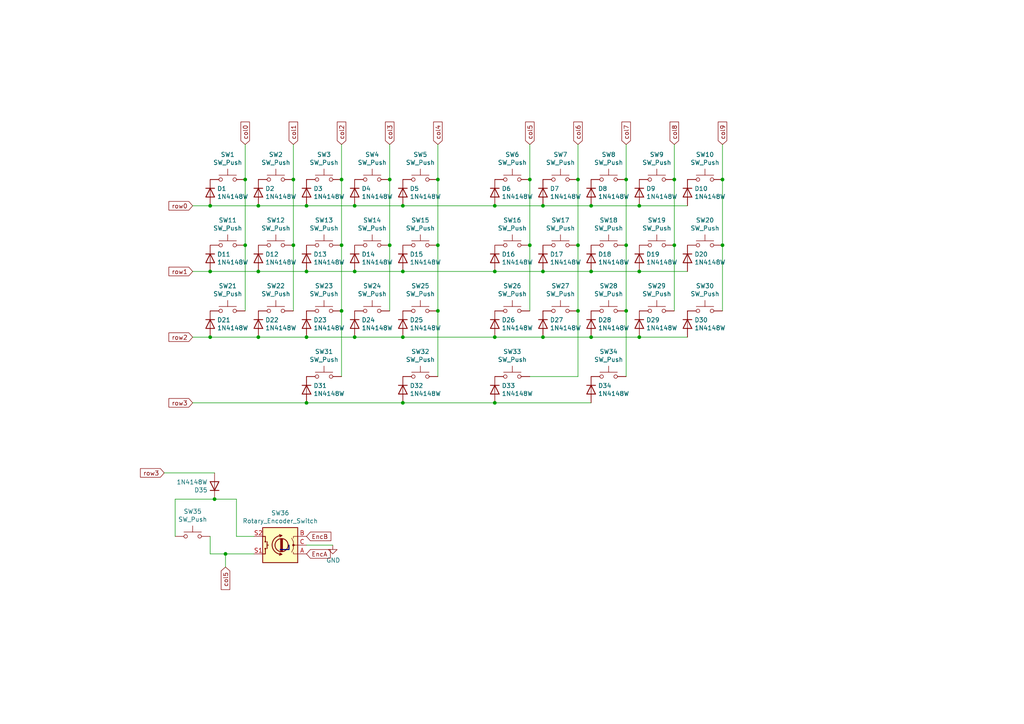
<source format=kicad_sch>
(kicad_sch (version 20230121) (generator eeschema)
  (paper "A4")
  (lib_symbols
    (symbol "Diode:1N4148" (pin_numbers hide) (pin_names hide)
      (property "Reference" "D" (at 0 2.54 0))
      (property "Value" "1N4148" (at 0 -2.54 0))
      (symbol "1N4148_0_1"
        (polyline (pts (xy -1.27 1.27) (xy -1.27 -1.27)) (stroke (width 0.254)))
        (polyline (pts (xy 1.27 0) (xy -1.27 0)))
        (polyline (pts (xy 1.27 1.27) (xy 1.27 -1.27) (xy -1.27 0) (xy 1.27 1.27)) (stroke (width 0.254)))
      )
      (symbol "1N4148_1_1"
        (pin passive line (at -3.81 0 0) (length 2.54) (name "K") (number "1"))
        (pin passive line (at 3.81 0 180) (length 2.54) (name "A") (number "2"))
      )
    )
    (symbol "LeChiffre-rescue:Rotary_Encoder_Switch-Device" (pin_names (offset 0.254) hide)
      (property "Reference" "SW" (at 0 6.604 0))
      (property "Value" "Rotary_Encoder_Switch-Device" (at 0 -6.604 0))
      (symbol "Rotary_Encoder_Switch-Device_0_1"
        (rectangle (start -5.08 5.08) (end 5.08 -5.08) (stroke (width 0.254)) (fill (type background)))
        (circle (center -3.81 0) (radius 0.254) (fill (type outline)))
        (arc (start -0.381 -2.794) (mid 2.3376 -0.0635) (end -0.381 2.667) (stroke (width 0.254)))
        (circle (center -0.381 0) (radius 1.905) (stroke (width 0.254)))
        (polyline (pts (xy -0.635 -1.778) (xy -0.635 1.778)) (stroke (width 0.254)))
        (polyline (pts (xy -0.381 -1.778) (xy -0.381 1.778)) (stroke (width 0.254)))
        (polyline (pts (xy -0.127 1.778) (xy -0.127 -1.778)) (stroke (width 0.254)))
        (polyline (pts (xy 3.81 0) (xy 3.429 0)) (stroke (width 0.254)))
        (polyline (pts (xy 3.81 1.016) (xy 3.81 -1.016)) (stroke (width 0.254)))
        (polyline (pts (xy -5.08 -2.54) (xy -3.81 -2.54) (xy -3.81 -2.032)))
        (polyline (pts (xy -5.08 2.54) (xy -3.81 2.54) (xy -3.81 2.032)))
        (polyline (pts (xy 0.254 -3.048) (xy -0.508 -2.794) (xy 0.127 -2.413)) (stroke (width 0.254)))
        (polyline (pts (xy 0.254 2.921) (xy -0.508 2.667) (xy 0.127 2.286)) (stroke (width 0.254)))
        (polyline (pts (xy 5.08 -2.54) (xy 4.318 -2.54) (xy 4.318 -1.016)) (stroke (width 0.254)))
        (polyline (pts (xy 5.08 2.54) (xy 4.318 2.54) (xy 4.318 1.016)) (stroke (width 0.254)))
        (polyline (pts (xy -5.08 0) (xy -3.81 0) (xy -3.81 -1.016) (xy -3.302 -2.032)))
        (polyline (pts (xy -4.318 0) (xy -3.81 0) (xy -3.81 1.016) (xy -3.302 2.032)))
        (circle (center 4.318 -1.016) (radius 0.127) (stroke (width 0.254)))
        (circle (center 4.318 1.016) (radius 0.127) (stroke (width 0.254)))
      )
      (symbol "Rotary_Encoder_Switch-Device_1_1"
        (pin passive line (at -7.62 2.54 0) (length 2.54) (name "A") (number "A"))
        (pin passive line (at -7.62 -2.54 0) (length 2.54) (name "B") (number "B"))
        (pin passive line (at -7.62 0 0) (length 2.54) (name "C") (number "C"))
        (pin passive line (at 7.62 2.54 180) (length 2.54) (name "S1") (number "S1"))
        (pin passive line (at 7.62 -2.54 180) (length 2.54) (name "S2") (number "S2"))
      )
    )
    (symbol "Switch:SW_Push" (pin_numbers hide) (pin_names (offset 1.016) hide)
      (property "Reference" "SW" (at 1.27 2.54 0))
      (property "Value" "SW_Push" (at 0 -1.524 0))
      (symbol "SW_Push_0_1"
        (circle (center -2.032 0) (radius 0.508))
        (polyline (pts (xy 0 1.27) (xy 0 3.048)))
        (polyline (pts (xy 2.54 1.27) (xy -2.54 1.27)))
        (circle (center 2.032 0) (radius 0.508))
        (pin passive line (at -5.08 0 0) (length 2.54) (name "1") (number "1"))
        (pin passive line (at 5.08 0 180) (length 2.54) (name "2") (number "2"))
      )
    )
    (symbol "power:GND" (power) (pin_names (offset 0))
      (property "Value" "GND" (at 0 -3.81 0))
      (symbol "GND_0_1"
        (polyline (pts (xy 0 0) (xy 0 -1.27) (xy 1.27 -1.27) (xy 0 -2.54) (xy -1.27 -1.27) (xy 0 -1.27)))
      )
      (symbol "GND_1_1"
        (pin power_in line (at 0 0 270) (length 0) hide (name "GND") (number "1"))
      )
    )
  )
  (junction (at 99.06 90.17))
  (junction (at 102.87 78.74))
  (junction (at 153.67 52.07))
  (junction (at 185.42 97.79))
  (junction (at 99.06 52.07))
  (junction (at 181.61 52.07))
  (junction (at 116.84 116.84))
  (junction (at 74.93 59.69))
  (junction (at 60.96 59.69))
  (junction (at 157.48 97.79))
  (junction (at 127 90.17))
  (junction (at 88.9 97.79))
  (junction (at 143.51 78.74))
  (junction (at 74.93 97.79))
  (junction (at 113.03 71.12))
  (junction (at 185.42 78.74))
  (junction (at 171.45 59.69))
  (junction (at 127 52.07))
  (junction (at 181.61 90.17))
  (junction (at 60.96 78.74))
  (junction (at 102.87 59.69))
  (junction (at 167.64 52.07))
  (junction (at 85.09 52.07))
  (junction (at 167.64 71.12))
  (junction (at 65.405 160.655))
  (junction (at 157.48 59.69))
  (junction (at 113.03 52.07))
  (junction (at 88.9 78.74))
  (junction (at 88.9 116.84))
  (junction (at 195.58 52.07))
  (junction (at 60.96 97.79))
  (junction (at 71.12 52.07))
  (junction (at 167.64 90.17))
  (junction (at 143.51 59.69))
  (junction (at 127 71.12))
  (junction (at 181.61 71.12))
  (junction (at 62.23 144.78))
  (junction (at 185.42 59.69))
  (junction (at 153.67 71.12))
  (junction (at 71.12 71.12))
  (junction (at 143.51 116.84))
  (junction (at 74.93 78.74))
  (junction (at 88.9 59.69))
  (junction (at 209.55 52.07))
  (junction (at 209.55 71.12))
  (junction (at 195.58 71.12))
  (junction (at 116.84 59.69))
  (junction (at 116.84 97.79))
  (junction (at 99.06 71.12))
  (junction (at 171.45 97.79))
  (junction (at 116.84 78.74))
  (junction (at 85.09 71.12))
  (junction (at 143.51 97.79))
  (junction (at 157.48 78.74))
  (junction (at 102.87 97.79))
  (junction (at 171.45 78.74))
  (wire (pts (xy 143.51 59.69) (xy 157.48 59.69)))
  (wire (pts (xy 167.64 90.17) (xy 167.64 71.12)))
  (wire (pts (xy 50.8 144.78) (xy 62.23 144.78)))
  (wire (pts (xy 157.48 59.69) (xy 171.45 59.69)))
  (wire (pts (xy 181.61 71.12) (xy 181.61 90.17)))
  (wire (pts (xy 102.87 97.79) (xy 116.84 97.79)))
  (wire (pts (xy 127 90.17) (xy 127 109.22)))
  (bus (pts (xy 83.82 158.115) (xy 83.82 159.385)))
  (wire (pts (xy 99.06 71.12) (xy 99.06 52.07)))
  (wire (pts (xy 65.405 160.655) (xy 73.66 160.655)))
  (wire (pts (xy 167.64 52.07) (xy 167.64 41.91)))
  (wire (pts (xy 127 90.17) (xy 127 71.12)))
  (wire (pts (xy 185.42 97.79) (xy 199.39 97.79)))
  (wire (pts (xy 96.52 158.115) (xy 88.9 158.115)))
  (wire (pts (xy 209.55 71.12) (xy 209.55 90.17)))
  (wire (pts (xy 85.09 90.17) (xy 85.09 71.12)))
  (wire (pts (xy 127 52.07) (xy 127 41.91)))
  (wire (pts (xy 68.58 155.575) (xy 73.66 155.575)))
  (wire (pts (xy 167.64 90.17) (xy 167.64 109.22)))
  (wire (pts (xy 153.67 71.12) (xy 153.67 90.17)))
  (wire (pts (xy 65.405 160.655) (xy 65.405 164.465)))
  (wire (pts (xy 181.61 41.91) (xy 181.61 52.07)))
  (wire (pts (xy 195.58 52.07) (xy 195.58 71.12)))
  (wire (pts (xy 74.93 78.74) (xy 88.9 78.74)))
  (wire (pts (xy 99.06 90.17) (xy 99.06 71.12)))
  (bus (pts (xy 83.82 159.385) (xy 81.28 159.385)))
  (wire (pts (xy 60.96 160.655) (xy 65.405 160.655)))
  (wire (pts (xy 60.96 155.575) (xy 60.96 160.655)))
  (wire (pts (xy 116.84 116.84) (xy 143.51 116.84)))
  (wire (pts (xy 113.03 71.12) (xy 113.03 52.07)))
  (wire (pts (xy 209.55 52.07) (xy 209.55 41.91)))
  (wire (pts (xy 143.51 78.74) (xy 157.48 78.74)))
  (wire (pts (xy 55.88 97.79) (xy 60.96 97.79)))
  (wire (pts (xy 113.03 52.07) (xy 113.03 41.91)))
  (wire (pts (xy 157.48 97.79) (xy 171.45 97.79)))
  (wire (pts (xy 195.58 52.07) (xy 195.58 41.91)))
  (wire (pts (xy 88.9 116.84) (xy 116.84 116.84)))
  (wire (pts (xy 209.55 71.12) (xy 209.55 52.07)))
  (wire (pts (xy 55.88 116.84) (xy 88.9 116.84)))
  (wire (pts (xy 55.88 78.74) (xy 60.96 78.74)))
  (wire (pts (xy 74.93 59.69) (xy 88.9 59.69)))
  (wire (pts (xy 181.61 71.12) (xy 181.61 52.07)))
  (wire (pts (xy 185.42 59.69) (xy 199.39 59.69)))
  (wire (pts (xy 55.88 59.69) (xy 60.96 59.69)))
  (wire (pts (xy 116.84 59.69) (xy 143.51 59.69)))
  (wire (pts (xy 88.9 59.69) (xy 102.87 59.69)))
  (wire (pts (xy 102.87 78.74) (xy 116.84 78.74)))
  (wire (pts (xy 88.9 97.79) (xy 102.87 97.79)))
  (wire (pts (xy 60.96 97.79) (xy 74.93 97.79)))
  (wire (pts (xy 85.09 71.12) (xy 85.09 52.07)))
  (wire (pts (xy 171.45 97.79) (xy 185.42 97.79)))
  (wire (pts (xy 167.64 109.22) (xy 153.67 109.22)))
  (wire (pts (xy 71.12 71.12) (xy 71.12 52.07)))
  (wire (pts (xy 167.64 71.12) (xy 167.64 52.07)))
  (wire (pts (xy 85.09 52.07) (xy 85.09 41.91)))
  (wire (pts (xy 127 71.12) (xy 127 52.07)))
  (wire (pts (xy 143.51 116.84) (xy 171.45 116.84)))
  (wire (pts (xy 62.23 144.78) (xy 68.58 144.78)))
  (wire (pts (xy 153.67 52.07) (xy 153.67 41.91)))
  (wire (pts (xy 71.12 90.17) (xy 71.12 71.12)))
  (wire (pts (xy 88.9 78.74) (xy 102.87 78.74)))
  (wire (pts (xy 157.48 78.74) (xy 171.45 78.74)))
  (wire (pts (xy 195.58 90.17) (xy 195.58 71.12)))
  (wire (pts (xy 185.42 78.74) (xy 199.39 78.74)))
  (wire (pts (xy 99.06 52.07) (xy 99.06 41.91)))
  (wire (pts (xy 171.45 59.69) (xy 185.42 59.69)))
  (wire (pts (xy 71.12 52.07) (xy 71.12 41.91)))
  (wire (pts (xy 68.58 144.78) (xy 68.58 155.575)))
  (wire (pts (xy 113.03 90.17) (xy 113.03 71.12)))
  (wire (pts (xy 143.51 97.79) (xy 157.48 97.79)))
  (wire (pts (xy 47.625 137.16) (xy 62.23 137.16)))
  (wire (pts (xy 171.45 78.74) (xy 185.42 78.74)))
  (wire (pts (xy 116.84 97.79) (xy 143.51 97.79)))
  (wire (pts (xy 60.96 78.74) (xy 74.93 78.74)))
  (wire (pts (xy 116.84 78.74) (xy 143.51 78.74)))
  (wire (pts (xy 181.61 90.17) (xy 181.61 109.22)))
  (wire (pts (xy 74.93 97.79) (xy 88.9 97.79)))
  (wire (pts (xy 102.87 59.69) (xy 116.84 59.69)))
  (wire (pts (xy 50.8 155.575) (xy 50.8 144.78)))
  (wire (pts (xy 60.96 59.69) (xy 74.93 59.69)))
  (wire (pts (xy 153.67 71.12) (xy 153.67 52.07)))
  (wire (pts (xy 99.06 90.17) (xy 99.06 109.22)))
  (global_label "col7" (shape input) (at 181.61 41.91 90) (property "Intersheetrefs" "${INTERSHEET_REFS}" (effects hide)))
  (global_label "col2" (shape input) (at 99.06 41.91 90) (property "Intersheetrefs" "${INTERSHEET_REFS}" (effects hide)))
  (global_label "col8" (shape input) (at 195.58 41.91 90) (property "Intersheetrefs" "${INTERSHEET_REFS}" (effects hide)))
  (global_label "EncB" (shape input) (at 88.9 155.575 0) (property "Intersheetrefs" "${INTERSHEET_REFS}" (effects hide)))
  (global_label "col0" (shape input) (at 71.12 41.91 90) (property "Intersheetrefs" "${INTERSHEET_REFS}" (effects hide)))
  (global_label "col3" (shape input) (at 113.03 41.91 90) (property "Intersheetrefs" "${INTERSHEET_REFS}" (effects hide)))
  (global_label "col4" (shape input) (at 127 41.91 90) (property "Intersheetrefs" "${INTERSHEET_REFS}" (effects hide)))
  (global_label "row1" (shape input) (at 55.88 78.74 180) (property "Intersheetrefs" "${INTERSHEET_REFS}" (effects hide)))
  (global_label "row2" (shape input) (at 55.88 97.79 180) (property "Intersheetrefs" "${INTERSHEET_REFS}" (effects hide)))
  (global_label "row3" (shape input) (at 55.88 116.84 180) (property "Intersheetrefs" "${INTERSHEET_REFS}" (effects hide)))
  (global_label "col1" (shape input) (at 85.09 41.91 90) (property "Intersheetrefs" "${INTERSHEET_REFS}" (effects hide)))
  (global_label "col5" (shape input) (at 65.405 164.465 270) (property "Intersheetrefs" "${INTERSHEET_REFS}" (effects hide)))
  (global_label "col5" (shape input) (at 153.67 41.91 90) (property "Intersheetrefs" "${INTERSHEET_REFS}" (effects hide)))
  (global_label "row0" (shape input) (at 55.88 59.69 180) (property "Intersheetrefs" "${INTERSHEET_REFS}" (effects hide)))
  (global_label "col9" (shape input) (at 209.55 41.91 90) (property "Intersheetrefs" "${INTERSHEET_REFS}" (effects hide)))
  (global_label "EncA" (shape input) (at 88.9 160.655 0) (property "Intersheetrefs" "${INTERSHEET_REFS}" (effects hide)))
  (global_label "row3" (shape input) (at 47.625 137.16 180) (property "Intersheetrefs" "${INTERSHEET_REFS}" (effects hide)))
  (global_label "col6" (shape input) (at 167.64 41.91 90) (property "Intersheetrefs" "${INTERSHEET_REFS}" (effects hide)))
  (symbol (lib_id "Switch:SW_Push") (at 107.95 71.12 0) (unit 1)
    (property "Reference" "SW14" (at 107.95 63.881 0))
    (property "Value" "SW_Push" (at 107.95 66.1924 0))
    (property "Footprint" "MX_hotswap_alps:MX-Hotswap-Alps-1U" (effects hide))
    (instances (project "stm32_hotswap_chiffre" (path "" (reference "SW14") (unit 1))) (project "LeChiffre" (path "" (reference "SW?") (unit 1))))
  )
  (symbol (lib_id "Diode:1N4148") (at 199.39 74.93 270) (unit 1)
    (property "Reference" "D20" (at 201.3966 73.7616 90) (effects (justify left)))
    (property "Value" "1N4148W" (at 201.3966 76.073 90) (effects (justify left)))
    (property "Footprint" "Diode_SMD:D_SOD-123" (effects hide))
    (property "Datasheet" "https://assets.nexperia.com/documents/data-sheet/1N4148_1N4448.pdf" (effects hide))
    (instances (project "stm32_hotswap_chiffre" (path "" (reference "D20") (unit 1))) (project "LeChiffre" (path "" (reference "D?") (unit 1))))
  )
  (symbol (lib_id "Diode:1N4148") (at 102.87 74.93 270) (unit 1)
    (property "Reference" "D14" (at 104.8766 73.7616 90) (effects (justify left)))
    (property "Value" "1N4148W" (at 104.8766 76.073 90) (effects (justify left)))
    (property "Footprint" "Diode_SMD:D_SOD-123" (effects hide))
    (property "Datasheet" "https://assets.nexperia.com/documents/data-sheet/1N4148_1N4448.pdf" (effects hide))
    (instances (project "stm32_hotswap_chiffre" (path "" (reference "D14") (unit 1))) (project "LeChiffre" (path "" (reference "D?") (unit 1))))
  )
  (symbol (lib_id "Diode:1N4148") (at 171.45 113.03 270) (unit 1)
    (property "Reference" "D34" (at 173.4566 111.8616 90) (effects (justify left)))
    (property "Value" "1N4148W" (at 173.4566 114.173 90) (effects (justify left)))
    (property "Footprint" "Diode_SMD:D_SOD-123" (effects hide))
    (property "Datasheet" "https://assets.nexperia.com/documents/data-sheet/1N4148_1N4448.pdf" (effects hide))
    (instances (project "stm32_hotswap_chiffre" (path "" (reference "D34") (unit 1))) (project "LeChiffre" (path "" (reference "D?") (unit 1))))
  )
  (symbol (lib_id "Diode:1N4148") (at 62.23 140.97 90) (unit 1)
    (property "Reference" "D35" (at 60.2234 142.1384 90) (effects (justify left)))
    (property "Value" "1N4148W" (at 60.2234 139.827 90) (effects (justify left)))
    (property "Footprint" "Diode_SMD:D_SOD-123" (effects hide))
    (property "Datasheet" "https://assets.nexperia.com/documents/data-sheet/1N4148_1N4448.pdf" (effects hide))
    (instances (project "stm32_hotswap_chiffre" (path "" (reference "D35") (unit 1))) (project "LeChiffre" (path "" (reference "D?") (unit 1))))
  )
  (symbol (lib_id "Switch:SW_Push") (at 55.88 155.575 0) (unit 1)
    (property "Reference" "SW35" (at 55.88 148.336 0))
    (property "Value" "SW_Push" (at 55.88 150.6474 0))
    (property "Footprint" "MX_hotswap_alps:MX-Hotswap-Alps-1U" (effects hide))
    (instances (project "stm32_hotswap_chiffre" (path "" (reference "SW35") (unit 1))) (project "LeChiffre" (path "" (reference "SW?") (unit 1))))
  )
  (symbol (lib_id "Diode:1N4148") (at 116.84 55.88 270) (unit 1)
    (property "Reference" "D5" (at 118.8466 54.7116 90) (effects (justify left)))
    (property "Value" "1N4148W" (at 118.8466 57.023 90) (effects (justify left)))
    (property "Footprint" "Diode_SMD:D_SOD-123" (effects hide))
    (property "Datasheet" "https://assets.nexperia.com/documents/data-sheet/1N4148_1N4448.pdf" (effects hide))
    (instances (project "stm32_hotswap_chiffre" (path "" (reference "D5") (unit 1))) (project "LeChiffre" (path "" (reference "D?") (unit 1))))
  )
  (symbol (lib_id "Diode:1N4148") (at 88.9 93.98 270) (unit 1)
    (property "Reference" "D23" (at 90.9066 92.8116 90) (effects (justify left)))
    (property "Value" "1N4148W" (at 90.9066 95.123 90) (effects (justify left)))
    (property "Footprint" "Diode_SMD:D_SOD-123" (effects hide))
    (property "Datasheet" "https://assets.nexperia.com/documents/data-sheet/1N4148_1N4448.pdf" (effects hide))
    (instances (project "stm32_hotswap_chiffre" (path "" (reference "D23") (unit 1))) (project "LeChiffre" (path "" (reference "D?") (unit 1))))
  )
  (symbol (lib_id "Diode:1N4148") (at 74.93 74.93 270) (unit 1)
    (property "Reference" "D12" (at 76.9366 73.7616 90) (effects (justify left)))
    (property "Value" "1N4148W" (at 76.9366 76.073 90) (effects (justify left)))
    (property "Footprint" "Diode_SMD:D_SOD-123" (effects hide))
    (property "Datasheet" "https://assets.nexperia.com/documents/data-sheet/1N4148_1N4448.pdf" (effects hide))
    (instances (project "stm32_hotswap_chiffre" (path "" (reference "D12") (unit 1))) (project "LeChiffre" (path "" (reference "D?") (unit 1))))
  )
  (symbol (lib_id "Switch:SW_Push") (at 162.56 52.07 0) (unit 1)
    (property "Reference" "SW7" (at 162.56 44.831 0))
    (property "Value" "SW_Push" (at 162.56 47.1424 0))
    (property "Footprint" "MX_hotswap_alps:MX-Hotswap-Alps-1U" (effects hide))
    (instances (project "stm32_hotswap_chiffre" (path "" (reference "SW7") (unit 1))) (project "LeChiffre" (path "" (reference "SW?") (unit 1))))
  )
  (symbol (lib_id "Diode:1N4148") (at 171.45 93.98 270) (unit 1)
    (property "Reference" "D28" (at 173.4566 92.8116 90) (effects (justify left)))
    (property "Value" "1N4148W" (at 173.4566 95.123 90) (effects (justify left)))
    (property "Footprint" "Diode_SMD:D_SOD-123" (effects hide))
    (property "Datasheet" "https://assets.nexperia.com/documents/data-sheet/1N4148_1N4448.pdf" (effects hide))
    (instances (project "stm32_hotswap_chiffre" (path "" (reference "D28") (unit 1))) (project "LeChiffre" (path "" (reference "D?") (unit 1))))
  )
  (symbol (lib_id "Diode:1N4148") (at 143.51 113.03 270) (unit 1)
    (property "Reference" "D33" (at 145.5166 111.8616 90) (effects (justify left)))
    (property "Value" "1N4148W" (at 145.5166 114.173 90) (effects (justify left)))
    (property "Footprint" "Diode_SMD:D_SOD-123" (effects hide))
    (property "Datasheet" "https://assets.nexperia.com/documents/data-sheet/1N4148_1N4448.pdf" (effects hide))
    (instances (project "stm32_hotswap_chiffre" (path "" (reference "D33") (unit 1))) (project "LeChiffre" (path "" (reference "D?") (unit 1))))
  )
  (symbol (lib_id "Switch:SW_Push") (at 204.47 71.12 0) (unit 1)
    (property "Reference" "SW20" (at 204.47 63.881 0))
    (property "Value" "SW_Push" (at 204.47 66.1924 0))
    (property "Footprint" "MX_hotswap_alps:MX-Hotswap-Alps-1U" (effects hide))
    (instances (project "stm32_hotswap_chiffre" (path "" (reference "SW20") (unit 1))) (project "LeChiffre" (path "" (reference "SW?") (unit 1))))
  )
  (symbol (lib_id "Switch:SW_Push") (at 93.98 71.12 0) (unit 1)
    (property "Reference" "SW13" (at 93.98 63.881 0))
    (property "Value" "SW_Push" (at 93.98 66.1924 0))
    (property "Footprint" "MX_hotswap_alps:MX-Hotswap-Alps-1U" (effects hide))
    (instances (project "stm32_hotswap_chiffre" (path "" (reference "SW13") (unit 1))) (project "LeChiffre" (path "" (reference "SW?") (unit 1))))
  )
  (symbol (lib_id "Switch:SW_Push") (at 162.56 90.17 0) (unit 1)
    (property "Reference" "SW27" (at 162.56 82.931 0))
    (property "Value" "SW_Push" (at 162.56 85.2424 0))
    (property "Footprint" "MX_hotswap_alps:MX-Hotswap-Alps-1U" (effects hide))
    (instances (project "stm32_hotswap_chiffre" (path "" (reference "SW27") (unit 1))) (project "LeChiffre" (path "" (reference "SW?") (unit 1))))
  )
  (symbol (lib_id "Switch:SW_Push") (at 176.53 109.22 0) (unit 1)
    (property "Reference" "SW34" (at 176.53 101.981 0))
    (property "Value" "SW_Push" (at 176.53 104.2924 0))
    (property "Footprint" "MX_hotswap_alps:MX-Hotswap-Alps-1.25U" (effects hide))
    (instances (project "stm32_hotswap_chiffre" (path "" (reference "SW34") (unit 1))) (project "LeChiffre" (path "" (reference "SW?") (unit 1))))
  )
  (symbol (lib_id "Switch:SW_Push") (at 176.53 71.12 0) (unit 1)
    (property "Reference" "SW18" (at 176.53 63.881 0))
    (property "Value" "SW_Push" (at 176.53 66.1924 0))
    (property "Footprint" "MX_hotswap_alps:MX-Hotswap-Alps-1U" (effects hide))
    (instances (project "stm32_hotswap_chiffre" (path "" (reference "SW18") (unit 1))) (project "LeChiffre" (path "" (reference "SW?") (unit 1))))
  )
  (symbol (lib_id "Switch:SW_Push") (at 80.01 90.17 0) (unit 1)
    (property "Reference" "SW22" (at 80.01 82.931 0))
    (property "Value" "SW_Push" (at 80.01 85.2424 0))
    (property "Footprint" "MX_hotswap_alps:MX-Hotswap-Alps-1U" (effects hide))
    (instances (project "stm32_hotswap_chiffre" (path "" (reference "SW22") (unit 1))) (project "LeChiffre" (path "" (reference "SW?") (unit 1))))
  )
  (symbol (lib_id "Diode:1N4148") (at 143.51 93.98 270) (unit 1)
    (property "Reference" "D26" (at 145.5166 92.8116 90) (effects (justify left)))
    (property "Value" "1N4148W" (at 145.5166 95.123 90) (effects (justify left)))
    (property "Footprint" "Diode_SMD:D_SOD-123" (effects hide))
    (property "Datasheet" "https://assets.nexperia.com/documents/data-sheet/1N4148_1N4448.pdf" (effects hide))
    (instances (project "stm32_hotswap_chiffre" (path "" (reference "D26") (unit 1))) (project "LeChiffre" (path "" (reference "D?") (unit 1))))
  )
  (symbol (lib_id "Switch:SW_Push") (at 66.04 52.07 0) (unit 1)
    (property "Reference" "SW1" (at 66.04 44.831 0))
    (property "Value" "SW_Push" (at 66.04 47.1424 0))
    (property "Footprint" "MX_hotswap_alps:MX-Hotswap-Alps-1U" (effects hide))
    (instances (project "stm32_hotswap_chiffre" (path "" (reference "SW1") (unit 1))) (project "LeChiffre" (path "" (reference "SW?") (unit 1))))
  )
  (symbol (lib_id "Diode:1N4148") (at 88.9 74.93 270) (unit 1)
    (property "Reference" "D13" (at 90.9066 73.7616 90) (effects (justify left)))
    (property "Value" "1N4148W" (at 90.9066 76.073 90) (effects (justify left)))
    (property "Footprint" "Diode_SMD:D_SOD-123" (effects hide))
    (property "Datasheet" "https://assets.nexperia.com/documents/data-sheet/1N4148_1N4448.pdf" (effects hide))
    (instances (project "stm32_hotswap_chiffre" (path "" (reference "D13") (unit 1))) (project "LeChiffre" (path "" (reference "D?") (unit 1))))
  )
  (symbol (lib_id "Switch:SW_Push") (at 204.47 52.07 0) (unit 1)
    (property "Reference" "SW10" (at 204.47 44.831 0))
    (property "Value" "SW_Push" (at 204.47 47.1424 0))
    (property "Footprint" "MX_hotswap_alps:MX-Hotswap-Alps-1U" (effects hide))
    (instances (project "stm32_hotswap_chiffre" (path "" (reference "SW10") (unit 1))) (project "LeChiffre" (path "" (reference "SW?") (unit 1))))
  )
  (symbol (lib_id "Switch:SW_Push") (at 66.04 71.12 0) (unit 1)
    (property "Reference" "SW11" (at 66.04 63.881 0))
    (property "Value" "SW_Push" (at 66.04 66.1924 0))
    (property "Footprint" "MX_hotswap_alps:MX-Hotswap-Alps-1U" (effects hide))
    (instances (project "stm32_hotswap_chiffre" (path "" (reference "SW11") (unit 1))) (project "LeChiffre" (path "" (reference "SW?") (unit 1))))
  )
  (symbol (lib_id "Switch:SW_Push") (at 148.59 109.22 0) (unit 1)
    (property "Reference" "SW33" (at 148.59 101.981 0))
    (property "Value" "SW_Push" (at 148.59 104.2924 0))
    (property "Footprint" "MX_hotswap_alps:MX-Hotswap-Alps-2U" (effects hide))
    (instances (project "stm32_hotswap_chiffre" (path "" (reference "SW33") (unit 1))) (project "LeChiffre" (path "" (reference "SW?") (unit 1))))
  )
  (symbol (lib_id "Switch:SW_Push") (at 80.01 52.07 0) (unit 1)
    (property "Reference" "SW2" (at 80.01 44.831 0))
    (property "Value" "SW_Push" (at 80.01 47.1424 0))
    (property "Footprint" "MX_hotswap_alps:MX-Hotswap-Alps-1U" (effects hide))
    (instances (project "stm32_hotswap_chiffre" (path "" (reference "SW2") (unit 1))) (project "LeChiffre" (path "" (reference "SW?") (unit 1))))
  )
  (symbol (lib_id "Switch:SW_Push") (at 121.92 109.22 0) (unit 1)
    (property "Reference" "SW32" (at 121.92 101.981 0))
    (property "Value" "SW_Push" (at 121.92 104.2924 0))
    (property "Footprint" "MX_hotswap_alps:MX-Hotswap-Alps-2U" (effects hide))
    (instances (project "stm32_hotswap_chiffre" (path "" (reference "SW32") (unit 1))) (project "LeChiffre" (path "" (reference "SW?") (unit 1))))
  )
  (symbol (lib_id "Diode:1N4148") (at 116.84 113.03 270) (unit 1)
    (property "Reference" "D32" (at 118.8466 111.8616 90) (effects (justify left)))
    (property "Value" "1N4148W" (at 118.8466 114.173 90) (effects (justify left)))
    (property "Footprint" "Diode_SMD:D_SOD-123" (effects hide))
    (property "Datasheet" "https://assets.nexperia.com/documents/data-sheet/1N4148_1N4448.pdf" (effects hide))
    (instances (project "stm32_hotswap_chiffre" (path "" (reference "D32") (unit 1))) (project "LeChiffre" (path "" (reference "D?") (unit 1))))
  )
  (symbol (lib_id "Diode:1N4148") (at 157.48 55.88 270) (unit 1)
    (property "Reference" "D7" (at 159.4866 54.7116 90) (effects (justify left)))
    (property "Value" "1N4148W" (at 159.4866 57.023 90) (effects (justify left)))
    (property "Footprint" "Diode_SMD:D_SOD-123" (effects hide))
    (property "Datasheet" "https://assets.nexperia.com/documents/data-sheet/1N4148_1N4448.pdf" (effects hide))
    (instances (project "stm32_hotswap_chiffre" (path "" (reference "D7") (unit 1))) (project "LeChiffre" (path "" (reference "D?") (unit 1))))
  )
  (symbol (lib_id "Switch:SW_Push") (at 176.53 90.17 0) (unit 1)
    (property "Reference" "SW28" (at 176.53 82.931 0))
    (property "Value" "SW_Push" (at 176.53 85.2424 0))
    (property "Footprint" "MX_hotswap_alps:MX-Hotswap-Alps-1U" (effects hide))
    (instances (project "stm32_hotswap_chiffre" (path "" (reference "SW28") (unit 1))) (project "LeChiffre" (path "" (reference "SW?") (unit 1))))
  )
  (symbol (lib_id "Diode:1N4148") (at 102.87 93.98 270) (unit 1)
    (property "Reference" "D24" (at 104.8766 92.8116 90) (effects (justify left)))
    (property "Value" "1N4148W" (at 104.8766 95.123 90) (effects (justify left)))
    (property "Footprint" "Diode_SMD:D_SOD-123" (effects hide))
    (property "Datasheet" "https://assets.nexperia.com/documents/data-sheet/1N4148_1N4448.pdf" (effects hide))
    (instances (project "stm32_hotswap_chiffre" (path "" (reference "D24") (unit 1))) (project "LeChiffre" (path "" (reference "D?") (unit 1))))
  )
  (symbol (lib_id "Diode:1N4148") (at 74.93 93.98 270) (unit 1)
    (property "Reference" "D22" (at 76.9366 92.8116 90) (effects (justify left)))
    (property "Value" "1N4148W" (at 76.9366 95.123 90) (effects (justify left)))
    (property "Footprint" "Diode_SMD:D_SOD-123" (effects hide))
    (property "Datasheet" "https://assets.nexperia.com/documents/data-sheet/1N4148_1N4448.pdf" (effects hide))
    (instances (project "stm32_hotswap_chiffre" (path "" (reference "D22") (unit 1))) (project "LeChiffre" (path "" (reference "D?") (unit 1))))
  )
  (symbol (lib_id "Switch:SW_Push") (at 80.01 71.12 0) (unit 1)
    (property "Reference" "SW12" (at 80.01 63.881 0))
    (property "Value" "SW_Push" (at 80.01 66.1924 0))
    (property "Footprint" "MX_hotswap_alps:MX-Hotswap-Alps-1U" (effects hide))
    (instances (project "stm32_hotswap_chiffre" (path "" (reference "SW12") (unit 1))) (project "LeChiffre" (path "" (reference "SW?") (unit 1))))
  )
  (symbol (lib_id "Switch:SW_Push") (at 107.95 52.07 0) (unit 1)
    (property "Reference" "SW4" (at 107.95 44.831 0))
    (property "Value" "SW_Push" (at 107.95 47.1424 0))
    (property "Footprint" "MX_hotswap_alps:MX-Hotswap-Alps-1U" (effects hide))
    (instances (project "stm32_hotswap_chiffre" (path "" (reference "SW4") (unit 1))) (project "LeChiffre" (path "" (reference "SW?") (unit 1))))
  )
  (symbol (lib_id "Diode:1N4148") (at 157.48 74.93 270) (unit 1)
    (property "Reference" "D17" (at 159.4866 73.7616 90) (effects (justify left)))
    (property "Value" "1N4148W" (at 159.4866 76.073 90) (effects (justify left)))
    (property "Footprint" "Diode_SMD:D_SOD-123" (effects hide))
    (property "Datasheet" "https://assets.nexperia.com/documents/data-sheet/1N4148_1N4448.pdf" (effects hide))
    (instances (project "stm32_hotswap_chiffre" (path "" (reference "D17") (unit 1))) (project "LeChiffre" (path "" (reference "D?") (unit 1))))
  )
  (symbol (lib_id "Switch:SW_Push") (at 93.98 52.07 0) (unit 1)
    (property "Reference" "SW3" (at 93.98 44.831 0))
    (property "Value" "SW_Push" (at 93.98 47.1424 0))
    (property "Footprint" "MX_hotswap_alps:MX-Hotswap-Alps-1U" (effects hide))
    (instances (project "stm32_hotswap_chiffre" (path "" (reference "SW3") (unit 1))) (project "LeChiffre" (path "" (reference "SW?") (unit 1))))
  )
  (symbol (lib_id "Diode:1N4148") (at 143.51 55.88 270) (unit 1)
    (property "Reference" "D6" (at 145.5166 54.7116 90) (effects (justify left)))
    (property "Value" "1N4148W" (at 145.5166 57.023 90) (effects (justify left)))
    (property "Footprint" "Diode_SMD:D_SOD-123" (effects hide))
    (property "Datasheet" "https://assets.nexperia.com/documents/data-sheet/1N4148_1N4448.pdf" (effects hide))
    (instances (project "stm32_hotswap_chiffre" (path "" (reference "D6") (unit 1))) (project "LeChiffre" (path "" (reference "D?") (unit 1))))
  )
  (symbol (lib_id "Diode:1N4148") (at 88.9 55.88 270) (unit 1)
    (property "Reference" "D3" (at 90.9066 54.7116 90) (effects (justify left)))
    (property "Value" "1N4148W" (at 90.9066 57.023 90) (effects (justify left)))
    (property "Footprint" "Diode_SMD:D_SOD-123" (effects hide))
    (property "Datasheet" "https://assets.nexperia.com/documents/data-sheet/1N4148_1N4448.pdf" (effects hide))
    (instances (project "stm32_hotswap_chiffre" (path "" (reference "D3") (unit 1))) (project "LeChiffre" (path "" (reference "D?") (unit 1))))
  )
  (symbol (lib_id "Diode:1N4148") (at 88.9 113.03 270) (unit 1)
    (property "Reference" "D31" (at 90.9066 111.8616 90) (effects (justify left)))
    (property "Value" "1N4148W" (at 90.9066 114.173 90) (effects (justify left)))
    (property "Footprint" "Diode_SMD:D_SOD-123" (effects hide))
    (property "Datasheet" "https://assets.nexperia.com/documents/data-sheet/1N4148_1N4448.pdf" (effects hide))
    (instances (project "stm32_hotswap_chiffre" (path "" (reference "D31") (unit 1))) (project "LeChiffre" (path "" (reference "D?") (unit 1))))
  )
  (symbol (lib_id "Switch:SW_Push") (at 204.47 90.17 0) (unit 1)
    (property "Reference" "SW30" (at 204.47 82.931 0))
    (property "Value" "SW_Push" (at 204.47 85.2424 0))
    (property "Footprint" "MX_hotswap_alps:MX-Hotswap-Alps-1U" (effects hide))
    (instances (project "stm32_hotswap_chiffre" (path "" (reference "SW30") (unit 1))) (project "LeChiffre" (path "" (reference "SW?") (unit 1))))
  )
  (symbol (lib_id "Diode:1N4148") (at 199.39 93.98 270) (unit 1)
    (property "Reference" "D30" (at 201.3966 92.8116 90) (effects (justify left)))
    (property "Value" "1N4148W" (at 201.3966 95.123 90) (effects (justify left)))
    (property "Footprint" "Diode_SMD:D_SOD-123" (effects hide))
    (property "Datasheet" "https://assets.nexperia.com/documents/data-sheet/1N4148_1N4448.pdf" (effects hide))
    (instances (project "stm32_hotswap_chiffre" (path "" (reference "D30") (unit 1))) (project "LeChiffre" (path "" (reference "D?") (unit 1))))
  )
  (symbol (lib_id "power:GND") (at 96.52 158.115 0) (unit 1)
    (property "Reference" "#PWR02" (effects hide))
    (property "Value" "GND" (at 96.647 162.5092 0))
    (instances (project "stm32_hotswap_chiffre" (path "" (reference "#PWR02") (unit 1))) (project "LeChiffre" (path "" (reference "#PWR?") (unit 1))))
  )
  (symbol (lib_id "Switch:SW_Push") (at 121.92 52.07 0) (unit 1)
    (property "Reference" "SW5" (at 121.92 44.831 0))
    (property "Value" "SW_Push" (at 121.92 47.1424 0))
    (property "Footprint" "MX_hotswap_alps:MX-Hotswap-Alps-1U" (effects hide))
    (instances (project "stm32_hotswap_chiffre" (path "" (reference "SW5") (unit 1))) (project "LeChiffre" (path "" (reference "SW?") (unit 1))))
  )
  (symbol (lib_id "LeChiffre-rescue:Rotary_Encoder_Switch-Device") (at 81.28 158.115 180) (unit 1)
    (property "Reference" "SW36" (at 81.28 148.7932 0))
    (property "Value" "Rotary_Encoder_Switch" (at 81.28 151.1046 0))
    (property "Footprint" "Keebio-Parts:RotaryEncoder_EC11" (effects hide))
    (instances (project "stm32_hotswap_chiffre" (path "" (reference "SW36") (unit 1))) (project "LeChiffre" (path "" (reference "SW?") (unit 1))))
  )
  (symbol (lib_id "Diode:1N4148") (at 143.51 74.93 270) (unit 1)
    (property "Reference" "D16" (at 145.5166 73.7616 90) (effects (justify left)))
    (property "Value" "1N4148W" (at 145.5166 76.073 90) (effects (justify left)))
    (property "Footprint" "Diode_SMD:D_SOD-123" (effects hide))
    (property "Datasheet" "https://assets.nexperia.com/documents/data-sheet/1N4148_1N4448.pdf" (effects hide))
    (instances (project "stm32_hotswap_chiffre" (path "" (reference "D16") (unit 1))) (project "LeChiffre" (path "" (reference "D?") (unit 1))))
  )
  (symbol (lib_id "Switch:SW_Push") (at 176.53 52.07 0) (unit 1)
    (property "Reference" "SW8" (at 176.53 44.831 0))
    (property "Value" "SW_Push" (at 176.53 47.1424 0))
    (property "Footprint" "MX_hotswap_alps:MX-Hotswap-Alps-1U" (effects hide))
    (instances (project "stm32_hotswap_chiffre" (path "" (reference "SW8") (unit 1))) (project "LeChiffre" (path "" (reference "SW?") (unit 1))))
  )
  (symbol (lib_id "Switch:SW_Push") (at 121.92 71.12 0) (unit 1)
    (property "Reference" "SW15" (at 121.92 63.881 0))
    (property "Value" "SW_Push" (at 121.92 66.1924 0))
    (property "Footprint" "MX_hotswap_alps:MX-Hotswap-Alps-1U" (effects hide))
    (instances (project "stm32_hotswap_chiffre" (path "" (reference "SW15") (unit 1))) (project "LeChiffre" (path "" (reference "SW?") (unit 1))))
  )
  (symbol (lib_id "Diode:1N4148") (at 74.93 55.88 270) (unit 1)
    (property "Reference" "D2" (at 76.9366 54.7116 90) (effects (justify left)))
    (property "Value" "1N4148W" (at 76.9366 57.023 90) (effects (justify left)))
    (property "Footprint" "Diode_SMD:D_SOD-123" (effects hide))
    (property "Datasheet" "https://assets.nexperia.com/documents/data-sheet/1N4148_1N4448.pdf" (effects hide))
    (instances (project "stm32_hotswap_chiffre" (path "" (reference "D2") (unit 1))) (project "LeChiffre" (path "" (reference "D?") (unit 1))))
  )
  (symbol (lib_id "Switch:SW_Push") (at 93.98 90.17 0) (unit 1)
    (property "Reference" "SW23" (at 93.98 82.931 0))
    (property "Value" "SW_Push" (at 93.98 85.2424 0))
    (property "Footprint" "MX_hotswap_alps:MX-Hotswap-Alps-1U" (effects hide))
    (instances (project "stm32_hotswap_chiffre" (path "" (reference "SW23") (unit 1))) (project "LeChiffre" (path "" (reference "SW?") (unit 1))))
  )
  (symbol (lib_id "Diode:1N4148") (at 199.39 55.88 270) (unit 1)
    (property "Reference" "D10" (at 201.3966 54.7116 90) (effects (justify left)))
    (property "Value" "1N4148W" (at 201.3966 57.023 90) (effects (justify left)))
    (property "Footprint" "Diode_SMD:D_SOD-123" (effects hide))
    (property "Datasheet" "https://assets.nexperia.com/documents/data-sheet/1N4148_1N4448.pdf" (effects hide))
    (instances (project "stm32_hotswap_chiffre" (path "" (reference "D10") (unit 1))) (project "LeChiffre" (path "" (reference "D?") (unit 1))))
  )
  (symbol (lib_id "Diode:1N4148") (at 116.84 74.93 270) (unit 1)
    (property "Reference" "D15" (at 118.8466 73.7616 90) (effects (justify left)))
    (property "Value" "1N4148W" (at 118.8466 76.073 90) (effects (justify left)))
    (property "Footprint" "Diode_SMD:D_SOD-123" (effects hide))
    (property "Datasheet" "https://assets.nexperia.com/documents/data-sheet/1N4148_1N4448.pdf" (effects hide))
    (instances (project "stm32_hotswap_chiffre" (path "" (reference "D15") (unit 1))) (project "LeChiffre" (path "" (reference "D?") (unit 1))))
  )
  (symbol (lib_id "Diode:1N4148") (at 171.45 74.93 270) (unit 1)
    (property "Reference" "D18" (at 173.4566 73.7616 90) (effects (justify left)))
    (property "Value" "1N4148W" (at 173.4566 76.073 90) (effects (justify left)))
    (property "Footprint" "Diode_SMD:D_SOD-123" (effects hide))
    (property "Datasheet" "https://assets.nexperia.com/documents/data-sheet/1N4148_1N4448.pdf" (effects hide))
    (instances (project "stm32_hotswap_chiffre" (path "" (reference "D18") (unit 1))) (project "LeChiffre" (path "" (reference "D?") (unit 1))))
  )
  (symbol (lib_id "Switch:SW_Push") (at 148.59 90.17 0) (unit 1)
    (property "Reference" "SW26" (at 148.59 82.931 0))
    (property "Value" "SW_Push" (at 148.59 85.2424 0))
    (property "Footprint" "MX_hotswap_alps:MX-Hotswap-Alps-1U" (effects hide))
    (instances (project "stm32_hotswap_chiffre" (path "" (reference "SW26") (unit 1))) (project "LeChiffre" (path "" (reference "SW?") (unit 1))))
  )
  (symbol (lib_id "Switch:SW_Push") (at 148.59 71.12 0) (unit 1)
    (property "Reference" "SW16" (at 148.59 63.881 0))
    (property "Value" "SW_Push" (at 148.59 66.1924 0))
    (property "Footprint" "MX_hotswap_alps:MX-Hotswap-Alps-1U" (effects hide))
    (instances (project "stm32_hotswap_chiffre" (path "" (reference "SW16") (unit 1))) (project "LeChiffre" (path "" (reference "SW?") (unit 1))))
  )
  (symbol (lib_id "Diode:1N4148") (at 171.45 55.88 270) (unit 1)
    (property "Reference" "D8" (at 173.4566 54.7116 90) (effects (justify left)))
    (property "Value" "1N4148W" (at 173.4566 57.023 90) (effects (justify left)))
    (property "Footprint" "Diode_SMD:D_SOD-123" (effects hide))
    (property "Datasheet" "https://assets.nexperia.com/documents/data-sheet/1N4148_1N4448.pdf" (effects hide))
    (instances (project "stm32_hotswap_chiffre" (path "" (reference "D8") (unit 1))) (project "LeChiffre" (path "" (reference "D?") (unit 1))))
  )
  (symbol (lib_id "Diode:1N4148") (at 60.96 93.98 270) (unit 1)
    (property "Reference" "D21" (at 62.9666 92.8116 90) (effects (justify left)))
    (property "Value" "1N4148W" (at 62.9666 95.123 90) (effects (justify left)))
    (property "Footprint" "Diode_SMD:D_SOD-123" (effects hide))
    (property "Datasheet" "https://assets.nexperia.com/documents/data-sheet/1N4148_1N4448.pdf" (effects hide))
    (instances (project "stm32_hotswap_chiffre" (path "" (reference "D21") (unit 1))) (project "LeChiffre" (path "" (reference "D?") (unit 1))))
  )
  (symbol (lib_id "Diode:1N4148") (at 60.96 55.88 270) (unit 1)
    (property "Reference" "D1" (at 62.9666 54.7116 90) (effects (justify left)))
    (property "Value" "1N4148W" (at 62.9666 57.023 90) (effects (justify left)))
    (property "Footprint" "Diode_SMD:D_SOD-123" (effects hide))
    (property "Datasheet" "https://assets.nexperia.com/documents/data-sheet/1N4148_1N4448.pdf" (effects hide))
    (instances (project "stm32_hotswap_chiffre" (path "" (reference "D1") (unit 1))) (project "LeChiffre" (path "" (reference "D?") (unit 1))))
  )
  (symbol (lib_id "Diode:1N4148") (at 157.48 93.98 270) (unit 1)
    (property "Reference" "D27" (at 159.4866 92.8116 90) (effects (justify left)))
    (property "Value" "1N4148W" (at 159.4866 95.123 90) (effects (justify left)))
    (property "Footprint" "Diode_SMD:D_SOD-123" (effects hide))
    (property "Datasheet" "https://assets.nexperia.com/documents/data-sheet/1N4148_1N4448.pdf" (effects hide))
    (instances (project "stm32_hotswap_chiffre" (path "" (reference "D27") (unit 1))) (project "LeChiffre" (path "" (reference "D?") (unit 1))))
  )
  (symbol (lib_id "Switch:SW_Push") (at 107.95 90.17 0) (unit 1)
    (property "Reference" "SW24" (at 107.95 82.931 0))
    (property "Value" "SW_Push" (at 107.95 85.2424 0))
    (property "Footprint" "MX_hotswap_alps:MX-Hotswap-Alps-1U" (effects hide))
    (instances (project "stm32_hotswap_chiffre" (path "" (reference "SW24") (unit 1))) (project "LeChiffre" (path "" (reference "SW?") (unit 1))))
  )
  (symbol (lib_id "Switch:SW_Push") (at 148.59 52.07 0) (unit 1)
    (property "Reference" "SW6" (at 148.59 44.831 0))
    (property "Value" "SW_Push" (at 148.59 47.1424 0))
    (property "Footprint" "MX_hotswap_alps:MX-Hotswap-Alps-1U" (effects hide))
    (instances (project "stm32_hotswap_chiffre" (path "" (reference "SW6") (unit 1))) (project "LeChiffre" (path "" (reference "SW?") (unit 1))))
  )
  (symbol (lib_id "Diode:1N4148") (at 116.84 93.98 270) (unit 1)
    (property "Reference" "D25" (at 118.8466 92.8116 90) (effects (justify left)))
    (property "Value" "1N4148W" (at 118.8466 95.123 90) (effects (justify left)))
    (property "Footprint" "Diode_SMD:D_SOD-123" (effects hide))
    (property "Datasheet" "https://assets.nexperia.com/documents/data-sheet/1N4148_1N4448.pdf" (effects hide))
    (instances (project "stm32_hotswap_chiffre" (path "" (reference "D25") (unit 1))) (project "LeChiffre" (path "" (reference "D?") (unit 1))))
  )
  (symbol (lib_id "Switch:SW_Push") (at 190.5 90.17 0) (unit 1)
    (property "Reference" "SW29" (at 190.5 82.931 0))
    (property "Value" "SW_Push" (at 190.5 85.2424 0))
    (property "Footprint" "MX_hotswap_alps:MX-Hotswap-Alps-1U" (effects hide))
    (instances (project "stm32_hotswap_chiffre" (path "" (reference "SW29") (unit 1))) (project "LeChiffre" (path "" (reference "SW?") (unit 1))))
  )
  (symbol (lib_id "Diode:1N4148") (at 185.42 55.88 270) (unit 1)
    (property "Reference" "D9" (at 187.4266 54.7116 90) (effects (justify left)))
    (property "Value" "1N4148W" (at 187.4266 57.023 90) (effects (justify left)))
    (property "Footprint" "Diode_SMD:D_SOD-123" (effects hide))
    (property "Datasheet" "https://assets.nexperia.com/documents/data-sheet/1N4148_1N4448.pdf" (effects hide))
    (instances (project "stm32_hotswap_chiffre" (path "" (reference "D9") (unit 1))) (project "LeChiffre" (path "" (reference "D?") (unit 1))))
  )
  (symbol (lib_id "Switch:SW_Push") (at 190.5 52.07 0) (unit 1)
    (property "Reference" "SW9" (at 190.5 44.831 0))
    (property "Value" "SW_Push" (at 190.5 47.1424 0))
    (property "Footprint" "MX_hotswap_alps:MX-Hotswap-Alps-1U" (effects hide))
    (instances (project "stm32_hotswap_chiffre" (path "" (reference "SW9") (unit 1))) (project "LeChiffre" (path "" (reference "SW?") (unit 1))))
  )
  (symbol (lib_id "Switch:SW_Push") (at 190.5 71.12 0) (unit 1)
    (property "Reference" "SW19" (at 190.5 63.881 0))
    (property "Value" "SW_Push" (at 190.5 66.1924 0))
    (property "Footprint" "MX_hotswap_alps:MX-Hotswap-Alps-1U" (effects hide))
    (instances (project "stm32_hotswap_chiffre" (path "" (reference "SW19") (unit 1))) (project "LeChiffre" (path "" (reference "SW?") (unit 1))))
  )
  (symbol (lib_id "Diode:1N4148") (at 185.42 74.93 270) (unit 1)
    (property "Reference" "D19" (at 187.4266 73.7616 90) (effects (justify left)))
    (property "Value" "1N4148W" (at 187.4266 76.073 90) (effects (justify left)))
    (property "Footprint" "Diode_SMD:D_SOD-123" (effects hide))
    (property "Datasheet" "https://assets.nexperia.com/documents/data-sheet/1N4148_1N4448.pdf" (effects hide))
    (instances (project "stm32_hotswap_chiffre" (path "" (reference "D19") (unit 1))) (project "LeChiffre" (path "" (reference "D?") (unit 1))))
  )
  (symbol (lib_id "Switch:SW_Push") (at 162.56 71.12 0) (unit 1)
    (property "Reference" "SW17" (at 162.56 63.881 0))
    (property "Value" "SW_Push" (at 162.56 66.1924 0))
    (property "Footprint" "MX_hotswap_alps:MX-Hotswap-Alps-1U" (effects hide))
    (instances (project "stm32_hotswap_chiffre" (path "" (reference "SW17") (unit 1))) (project "LeChiffre" (path "" (reference "SW?") (unit 1))))
  )
  (symbol (lib_id "Switch:SW_Push") (at 93.98 109.22 0) (unit 1)
    (property "Reference" "SW31" (at 93.98 101.981 0))
    (property "Value" "SW_Push" (at 93.98 104.2924 0))
    (property "Footprint" "MX_hotswap_alps:MX-Hotswap-Alps-1.25U" (effects hide))
    (instances (project "stm32_hotswap_chiffre" (path "" (reference "SW31") (unit 1))) (project "LeChiffre" (path "" (reference "SW?") (unit 1))))
  )
  (symbol (lib_id "Diode:1N4148") (at 102.87 55.88 270) (unit 1)
    (property "Reference" "D4" (at 104.8766 54.7116 90) (effects (justify left)))
    (property "Value" "1N4148W" (at 104.8766 57.023 90) (effects (justify left)))
    (property "Footprint" "Diode_SMD:D_SOD-123" (effects hide))
    (property "Datasheet" "https://assets.nexperia.com/documents/data-sheet/1N4148_1N4448.pdf" (effects hide))
    (instances (project "stm32_hotswap_chiffre" (path "" (reference "D4") (unit 1))) (project "LeChiffre" (path "" (reference "D?") (unit 1))))
  )
  (symbol (lib_id "Diode:1N4148") (at 60.96 74.93 270) (unit 1)
    (property "Reference" "D11" (at 62.9666 73.7616 90) (effects (justify left)))
    (property "Value" "1N4148W" (at 62.9666 76.073 90) (effects (justify left)))
    (property "Footprint" "Diode_SMD:D_SOD-123" (effects hide))
    (property "Datasheet" "https://assets.nexperia.com/documents/data-sheet/1N4148_1N4448.pdf" (effects hide))
    (instances (project "stm32_hotswap_chiffre" (path "" (reference "D11") (unit 1))) (project "LeChiffre" (path "" (reference "D?") (unit 1))))
  )
  (symbol (lib_id "Switch:SW_Push") (at 66.04 90.17 0) (unit 1)
    (property "Reference" "SW21" (at 66.04 82.931 0))
    (property "Value" "SW_Push" (at 66.04 85.2424 0))
    (property "Footprint" "MX_hotswap_alps:MX-Hotswap-Alps-1U" (effects hide))
    (instances (project "stm32_hotswap_chiffre" (path "" (reference "SW21") (unit 1))) (project "LeChiffre" (path "" (reference "SW?") (unit 1))))
  )
  (symbol (lib_id "Switch:SW_Push") (at 121.92 90.17 0) (unit 1)
    (property "Reference" "SW25" (at 121.92 82.931 0))
    (property "Value" "SW_Push" (at 121.92 85.2424 0))
    (property "Footprint" "MX_hotswap_alps:MX-Hotswap-Alps-1U" (effects hide))
    (instances (project "stm32_hotswap_chiffre" (path "" (reference "SW25") (unit 1))) (project "LeChiffre" (path "" (reference "SW?") (unit 1))))
  )
  (symbol (lib_id "Diode:1N4148") (at 185.42 93.98 270) (unit 1)
    (property "Reference" "D29" (at 187.4266 92.8116 90) (effects (justify left)))
    (property "Value" "1N4148W" (at 187.4266 95.123 90) (effects (justify left)))
    (property "Footprint" "Diode_SMD:D_SOD-123" (effects hide))
    (property "Datasheet" "https://assets.nexperia.com/documents/data-sheet/1N4148_1N4448.pdf" (effects hide))
    (instances (project "stm32_hotswap_chiffre" (path "" (reference "D29") (unit 1))) (project "LeChiffre" (path "" (reference "D?") (unit 1))))
  )
)
</source>
